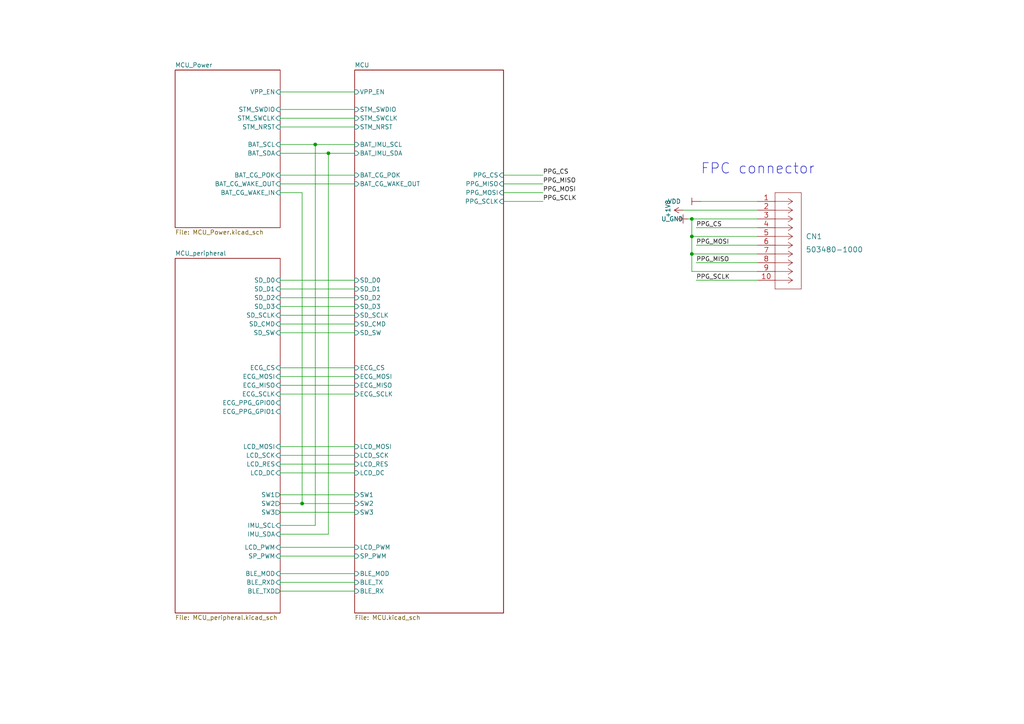
<source format=kicad_sch>
(kicad_sch (version 20211123) (generator eeschema)
  (paper "A4")
  (lib_symbols
    (symbol "User_library:503480-1000" (pin_names (offset 0.254) hide)
      (property "Reference" "CN" (at 7.62 5.08 0))
      (property "Value" "503480-1000" (at 8.89 -27.94 0))
      (symbol "503480-1000_1_1"
        (polyline (pts (xy 5.08 -25.4) (xy 12.7 -25.4)) (stroke (width 0.127)))
        (polyline (pts (xy 5.08 2.54) (xy 5.08 -25.4)) (stroke (width 0.127)))
        (polyline (pts (xy 10.16 -22.86) (xy 5.08 -22.86)) (stroke (width 0.127)))
        (polyline (pts (xy 10.16 -22.86) (xy 8.89 -23.6982)) (stroke (width 0.127)))
        (polyline (pts (xy 10.16 -22.86) (xy 8.89 -22.0218)) (stroke (width 0.127)))
        (polyline (pts (xy 10.16 -20.32) (xy 5.08 -20.32)) (stroke (width 0.127)))
        (polyline (pts (xy 10.16 -20.32) (xy 8.89 -21.1582)) (stroke (width 0.127)))
        (polyline (pts (xy 10.16 -20.32) (xy 8.89 -19.4818)) (stroke (width 0.127)))
        (polyline (pts (xy 10.16 -17.78) (xy 5.08 -17.78)) (stroke (width 0.127)))
        (polyline (pts (xy 10.16 -17.78) (xy 8.89 -18.6182)) (stroke (width 0.127)))
        (polyline (pts (xy 10.16 -17.78) (xy 8.89 -16.9418)) (stroke (width 0.127)))
        (polyline (pts (xy 10.16 -15.24) (xy 5.08 -15.24)) (stroke (width 0.127)))
        (polyline (pts (xy 10.16 -15.24) (xy 8.89 -16.0782)) (stroke (width 0.127)))
        (polyline (pts (xy 10.16 -15.24) (xy 8.89 -14.4018)) (stroke (width 0.127)))
        (polyline (pts (xy 10.16 -12.7) (xy 5.08 -12.7)) (stroke (width 0.127)))
        (polyline (pts (xy 10.16 -12.7) (xy 8.89 -13.5382)) (stroke (width 0.127)))
        (polyline (pts (xy 10.16 -12.7) (xy 8.89 -11.8618)) (stroke (width 0.127)))
        (polyline (pts (xy 10.16 -10.16) (xy 5.08 -10.16)) (stroke (width 0.127)))
        (polyline (pts (xy 10.16 -10.16) (xy 8.89 -10.9982)) (stroke (width 0.127)))
        (polyline (pts (xy 10.16 -10.16) (xy 8.89 -9.3218)) (stroke (width 0.127)))
        (polyline (pts (xy 10.16 -7.62) (xy 5.08 -7.62)) (stroke (width 0.127)))
        (polyline (pts (xy 10.16 -7.62) (xy 8.89 -8.4582)) (stroke (width 0.127)))
        (polyline (pts (xy 10.16 -7.62) (xy 8.89 -6.7818)) (stroke (width 0.127)))
        (polyline (pts (xy 10.16 -5.08) (xy 5.08 -5.08)) (stroke (width 0.127)))
        (polyline (pts (xy 10.16 -5.08) (xy 8.89 -5.9182)) (stroke (width 0.127)))
        (polyline (pts (xy 10.16 -5.08) (xy 8.89 -4.2418)) (stroke (width 0.127)))
        (polyline (pts (xy 10.16 -2.54) (xy 5.08 -2.54)) (stroke (width 0.127)))
        (polyline (pts (xy 10.16 -2.54) (xy 8.89 -3.3782)) (stroke (width 0.127)))
        (polyline (pts (xy 10.16 -2.54) (xy 8.89 -1.7018)) (stroke (width 0.127)))
        (polyline (pts (xy 10.16 0) (xy 5.08 0)) (stroke (width 0.127)))
        (polyline (pts (xy 10.16 0) (xy 8.89 -0.8382)) (stroke (width 0.127)))
        (polyline (pts (xy 10.16 0) (xy 8.89 0.8382)) (stroke (width 0.127)))
        (polyline (pts (xy 12.7 -25.4) (xy 12.7 2.54)) (stroke (width 0.127)))
        (polyline (pts (xy 12.7 2.54) (xy 5.08 2.54)) (stroke (width 0.127)))
        (pin bidirectional line (at 0 0 0) (length 5.08) (name "1") (number "1"))
        (pin bidirectional line (at 0 -22.86 0) (length 5.08) (name "10") (number "10"))
        (pin bidirectional line (at 0 -2.54 0) (length 5.08) (name "2") (number "2"))
        (pin bidirectional line (at 0 -5.08 0) (length 5.08) (name "3") (number "3"))
        (pin bidirectional line (at 0 -7.62 0) (length 5.08) (name "4") (number "4"))
        (pin bidirectional line (at 0 -10.16 0) (length 5.08) (name "5") (number "5"))
        (pin bidirectional line (at 0 -12.7 0) (length 5.08) (name "6") (number "6"))
        (pin bidirectional line (at 0 -15.24 0) (length 5.08) (name "7") (number "7"))
        (pin bidirectional line (at 0 -17.78 0) (length 5.08) (name "8") (number "8"))
        (pin bidirectional line (at 0 -20.32 0) (length 5.08) (name "9") (number "9"))
      )
    )
    (symbol "User_power:GND" (power) (pin_names (offset 0))
      (property "Value" "GND" (at 0 -3.81 0))
      (symbol "GND_0_1"
        (polyline (pts (xy -0.635 -1.905) (xy 0.635 -1.905)))
        (polyline (pts (xy -0.127 -2.54) (xy 0.127 -2.54)))
        (polyline (pts (xy 0 -1.27) (xy 0 0)))
        (polyline (pts (xy 1.27 -1.27) (xy -1.27 -1.27)))
      )
      (symbol "GND_1_1"
        (pin power_in line (at 0 0 270) (length 0) hide (name "U_GND") (number "1"))
      )
    )
    (symbol "power:+1V8" (power) (pin_names (offset 0))
      (property "Value" "+1V8" (at 0 3.556 0))
      (symbol "+1V8_0_1"
        (polyline (pts (xy -0.762 1.27) (xy 0 2.54)))
        (polyline (pts (xy 0 0) (xy 0 2.54)))
        (polyline (pts (xy 0 2.54) (xy 0.762 1.27)))
      )
      (symbol "+1V8_1_1"
        (pin power_in line (at 0 0 90) (length 0) hide (name "+1V8") (number "1"))
      )
    )
    (symbol "sensor_V1-rescue:VPP_3.3V-User_power" (power) (pin_names (offset 0))
      (property "Value" "VPP_3.3V-User_power" (at 0 3.81 0))
      (symbol "VPP_3.3V-User_power_0_1"
        (polyline (pts (xy -1.016 2.54) (xy 0 2.54)))
        (polyline (pts (xy 0 0) (xy 0 2.54)))
        (polyline (pts (xy 0 2.54) (xy 1.016 2.54)))
      )
      (symbol "VPP_3.3V-User_power_1_1"
        (pin power_in line (at 0 0 90) (length 0) hide (name "VDD") (number "1"))
      )
    )
  )
  (junction (at 95.25 44.45))
  (junction (at 91.44 41.91))
  (junction (at 200.66 63.5))
  (junction (at 87.63 146.05))
  (junction (at 200.66 68.58))
  (junction (at 200.66 73.66))
  (wire (pts (xy 81.28 171.45) (xy 102.87 171.45)))
  (wire (pts (xy 81.28 134.62) (xy 102.87 134.62)))
  (wire (pts (xy 81.28 86.36) (xy 102.87 86.36)))
  (wire (pts (xy 201.93 76.2) (xy 219.71 76.2)))
  (wire (pts (xy 81.28 96.52) (xy 102.87 96.52)))
  (wire (pts (xy 81.28 91.44) (xy 102.87 91.44)))
  (wire (pts (xy 81.28 106.68) (xy 102.87 106.68)))
  (wire (pts (xy 199.39 63.5) (xy 200.66 63.5)))
  (wire (pts (xy 81.28 55.88) (xy 87.63 55.88)))
  (wire (pts (xy 81.28 34.29) (xy 102.87 34.29)))
  (wire (pts (xy 95.25 44.45) (xy 102.87 44.45)))
  (wire (pts (xy 81.28 143.51) (xy 102.87 143.51)))
  (wire (pts (xy 81.28 44.45) (xy 95.25 44.45)))
  (wire (pts (xy 81.28 129.54) (xy 102.87 129.54)))
  (wire (pts (xy 81.28 161.29) (xy 102.87 161.29)))
  (wire (pts (xy 81.28 146.05) (xy 87.63 146.05)))
  (wire (pts (xy 91.44 152.4) (xy 91.44 41.91)))
  (wire (pts (xy 81.28 152.4) (xy 91.44 152.4)))
  (wire (pts (xy 201.93 71.12) (xy 219.71 71.12)))
  (wire (pts (xy 81.28 137.16) (xy 102.87 137.16)))
  (wire (pts (xy 81.28 168.91) (xy 102.87 168.91)))
  (wire (pts (xy 200.66 73.66) (xy 219.71 73.66)))
  (wire (pts (xy 95.25 154.94) (xy 95.25 44.45)))
  (wire (pts (xy 81.28 111.76) (xy 102.87 111.76)))
  (wire (pts (xy 200.66 78.74) (xy 219.71 78.74)))
  (wire (pts (xy 198.12 60.96) (xy 219.71 60.96)))
  (wire (pts (xy 81.28 41.91) (xy 91.44 41.91)))
  (wire (pts (xy 81.28 114.3) (xy 102.87 114.3)))
  (wire (pts (xy 201.93 66.04) (xy 219.71 66.04)))
  (wire (pts (xy 200.66 68.58) (xy 219.71 68.58)))
  (wire (pts (xy 146.05 50.8) (xy 157.48 50.8)))
  (wire (pts (xy 81.28 132.08) (xy 102.87 132.08)))
  (wire (pts (xy 81.28 166.37) (xy 102.87 166.37)))
  (wire (pts (xy 81.28 88.9) (xy 102.87 88.9)))
  (wire (pts (xy 200.66 73.66) (xy 200.66 68.58)))
  (wire (pts (xy 81.28 109.22) (xy 102.87 109.22)))
  (wire (pts (xy 146.05 58.42) (xy 157.48 58.42)))
  (wire (pts (xy 200.66 68.58) (xy 200.66 63.5)))
  (wire (pts (xy 81.28 83.82) (xy 102.87 83.82)))
  (wire (pts (xy 81.28 53.34) (xy 102.87 53.34)))
  (wire (pts (xy 81.28 154.94) (xy 95.25 154.94)))
  (wire (pts (xy 81.28 158.75) (xy 102.87 158.75)))
  (wire (pts (xy 81.28 50.8) (xy 102.87 50.8)))
  (wire (pts (xy 146.05 55.88) (xy 157.48 55.88)))
  (wire (pts (xy 200.66 63.5) (xy 219.71 63.5)))
  (wire (pts (xy 146.05 53.34) (xy 157.48 53.34)))
  (wire (pts (xy 91.44 41.91) (xy 102.87 41.91)))
  (wire (pts (xy 203.2 58.42) (xy 219.71 58.42)))
  (wire (pts (xy 81.28 36.83) (xy 102.87 36.83)))
  (wire (pts (xy 81.28 93.98) (xy 102.87 93.98)))
  (wire (pts (xy 200.66 78.74) (xy 200.66 73.66)))
  (wire (pts (xy 81.28 148.59) (xy 102.87 148.59)))
  (wire (pts (xy 201.93 81.28) (xy 219.71 81.28)))
  (wire (pts (xy 87.63 146.05) (xy 102.87 146.05)))
  (wire (pts (xy 81.28 31.75) (xy 102.87 31.75)))
  (wire (pts (xy 81.28 26.67) (xy 102.87 26.67)))
  (wire (pts (xy 87.63 55.88) (xy 87.63 146.05)))
  (wire (pts (xy 81.28 81.28) (xy 102.87 81.28)))
  (text "FPC connector" (at 203.2 50.8 0) (effects (font (size 3 3)) (justify left bottom)))
  (label "PPG_CS" (at 201.93 66.04 0))
  (label "PPG_SCLK" (at 157.48 58.42 0))
  (label "PPG_SCLK" (at 201.93 81.28 0))
  (label "PPG_MISO" (at 157.48 53.34 0))
  (label "PPG_MOSI" (at 157.48 55.88 0))
  (label "PPG_MOSI" (at 201.93 71.12 0))
  (label "PPG_CS" (at 157.48 50.8 0))
  (label "PPG_MISO" (at 201.93 76.2 0))
  (symbol (lib_id "sensor_V1-rescue:VPP_3.3V-User_power") (at 203.2 58.42 90) (unit 1)
    (property "Reference" "#PWR0102" (effects hide))
    (property "Value" "VPP_3.3V" (at 195.58 58.42 90))
  )
  (symbol (lib_id "power:+1V8") (at 198.12 60.96 90) (unit 1)
    (property "Reference" "#PWR0177" (effects hide))
    (property "Value" "+1V8" (at 193.7258 60.579 0))
  )
  (symbol (lib_id "User_library:503480-1000") (at 219.71 58.42 0) (unit 1)
    (property "Reference" "CN1" (at 233.68 68.58 0) (effects (font (size 1.524 1.524)) (justify left)))
    (property "Value" "503480-1000" (at 233.68 72.39 0) (effects (font (size 1.524 1.524)) (justify left)))
    (property "Footprint" "User_library:503480-1000" (effects hide))
  )
  (symbol (lib_id "User_power:GND") (at 199.39 63.5 270) (unit 1)
    (property "Reference" "#PWR0101" (effects hide))
    (property "Value" "GND" (at 191.77 63.5 90) (effects (justify left)))
  )
  (sheet (at 50.8 74.93) (size 30.48 102.87) (stroke (width 0.1524))
    (property "Sheet name" "MCU_peripheral" (at 50.8 74.2184 0) (effects (justify left bottom)))
    (property "Sheet file" "MCU_peripheral.kicad_sch" (at 50.8 178.3846 0) (effects (justify left top)))
    (pin "SW1" output (at 81.28 143.51 0))
    (pin "SW2" output (at 81.28 146.05 0))
    (pin "SW3" output (at 81.28 148.59 0))
    (pin "LCD_PWM" input (at 81.28 158.75 0))
    (pin "LCD_RES" input (at 81.28 134.62 0))
    (pin "SD_SCLK" input (at 81.28 91.44 0))
    (pin "SD_SW" input (at 81.28 96.52 0))
    (pin "SD_D2" input (at 81.28 86.36 0))
    (pin "SD_CMD" input (at 81.28 93.98 0))
    (pin "SD_D0" input (at 81.28 81.28 0))
    (pin "SD_D3" input (at 81.28 88.9 0))
    (pin "SD_D1" input (at 81.28 83.82 0))
    (pin "LCD_DC" input (at 81.28 137.16 0))
    (pin "ECG_CS" input (at 81.28 106.68 0))
    (pin "ECG_MOSI" input (at 81.28 109.22 0))
    (pin "ECG_SCLK" input (at 81.28 114.3 0))
    (pin "ECG_MISO" input (at 81.28 111.76 0))
    (pin "ECG_PPG_GPIO1" input (at 81.28 119.38 0))
    (pin "ECG_PPG_GPIO0" input (at 81.28 116.84 0))
    (pin "LCD_MOSI" input (at 81.28 129.54 0))
    (pin "LCD_SCK" input (at 81.28 132.08 0))
    (pin "SP_PWM" input (at 81.28 161.29 0))
    (pin "BLE_MOD" input (at 81.28 166.37 0))
    (pin "BLE_TXD" output (at 81.28 171.45 0))
    (pin "BLE_RXD" input (at 81.28 168.91 0))
    (pin "IMU_SCL" input (at 81.28 152.4 0))
    (pin "IMU_SDA" input (at 81.28 154.94 0))
  )
  (sheet (at 102.87 20.32) (size 43.18 157.48) (stroke (width 0.1524))
    (property "Sheet name" "MCU" (at 102.87 19.6084 0) (effects (justify left bottom)))
    (property "Sheet file" "MCU.kicad_sch" (at 102.87 178.3846 0) (effects (justify left top)))
    (pin "PPG_CS" input (at 146.05 50.8 0))
    (pin "BAT_CG_WAKE_OUT" input (at 102.87 53.34 180))
    (pin "LCD_PWM" input (at 102.87 158.75 180))
    (pin "SW2" input (at 102.87 146.05 180))
    (pin "BAT_CG_POK" input (at 102.87 50.8 180))
    (pin "SW1" input (at 102.87 143.51 180))
    (pin "SD_SCLK" input (at 102.87 91.44 180))
    (pin "LCD_RES" input (at 102.87 134.62 180))
    (pin "SW3" input (at 102.87 148.59 180))
    (pin "STM_SWDIO" input (at 102.87 31.75 180))
    (pin "STM_SWCLK" input (at 102.87 34.29 180))
    (pin "STM_NRST" input (at 102.87 36.83 180))
    (pin "ECG_CS" input (at 102.87 106.68 180))
    (pin "SD_D2" input (at 102.87 86.36 180))
    (pin "SD_D1" input (at 102.87 83.82 180))
    (pin "SD_CMD" input (at 102.87 93.98 180))
    (pin "BAT_IMU_SDA" input (at 102.87 44.45 180))
    (pin "VPP_EN" input (at 102.87 26.67 180))
    (pin "BAT_IMU_SCL" input (at 102.87 41.91 180))
    (pin "SD_D3" input (at 102.87 88.9 180))
    (pin "SD_D0" input (at 102.87 81.28 180))
    (pin "SD_SW" input (at 102.87 96.52 180))
    (pin "LCD_DC" input (at 102.87 137.16 180))
    (pin "LCD_SCK" input (at 102.87 132.08 180))
    (pin "LCD_MOSI" input (at 102.87 129.54 180))
    (pin "SP_PWM" input (at 102.87 161.29 180))
    (pin "BLE_TX" input (at 102.87 168.91 180))
    (pin "BLE_RX" input (at 102.87 171.45 180))
    (pin "BLE_MOD" input (at 102.87 166.37 180))
    (pin "PPG_MISO" input (at 146.05 53.34 0))
    (pin "ECG_MOSI" input (at 102.87 109.22 180))
    (pin "PPG_MOSI" input (at 146.05 55.88 0))
    (pin "ECG_MISO" input (at 102.87 111.76 180))
    (pin "ECG_SCLK" input (at 102.87 114.3 180))
    (pin "PPG_SCLK" input (at 146.05 58.42 0))
  )
  (sheet (at 50.8 20.32) (size 30.48 45.72) (stroke (width 0.1524))
    (property "Sheet name" "MCU_Power" (at 50.8 19.6084 0) (effects (justify left bottom)))
    (property "Sheet file" "MCU_Power.kicad_sch" (at 50.8 66.6246 0) (effects (justify left top)))
    (pin "BAT_SCL" input (at 81.28 41.91 0))
    (pin "BAT_SDA" input (at 81.28 44.45 0))
    (pin "BAT_CG_POK" input (at 81.28 50.8 0))
    (pin "BAT_CG_WAKE_OUT" input (at 81.28 53.34 0))
    (pin "BAT_CG_WAKE_IN" input (at 81.28 55.88 0))
    (pin "STM_NRST" input (at 81.28 36.83 0))
    (pin "STM_SWCLK" input (at 81.28 34.29 0))
    (pin "STM_SWDIO" input (at 81.28 31.75 0))
    (pin "VPP_EN" input (at 81.28 26.67 0))
  )
)
</source>
